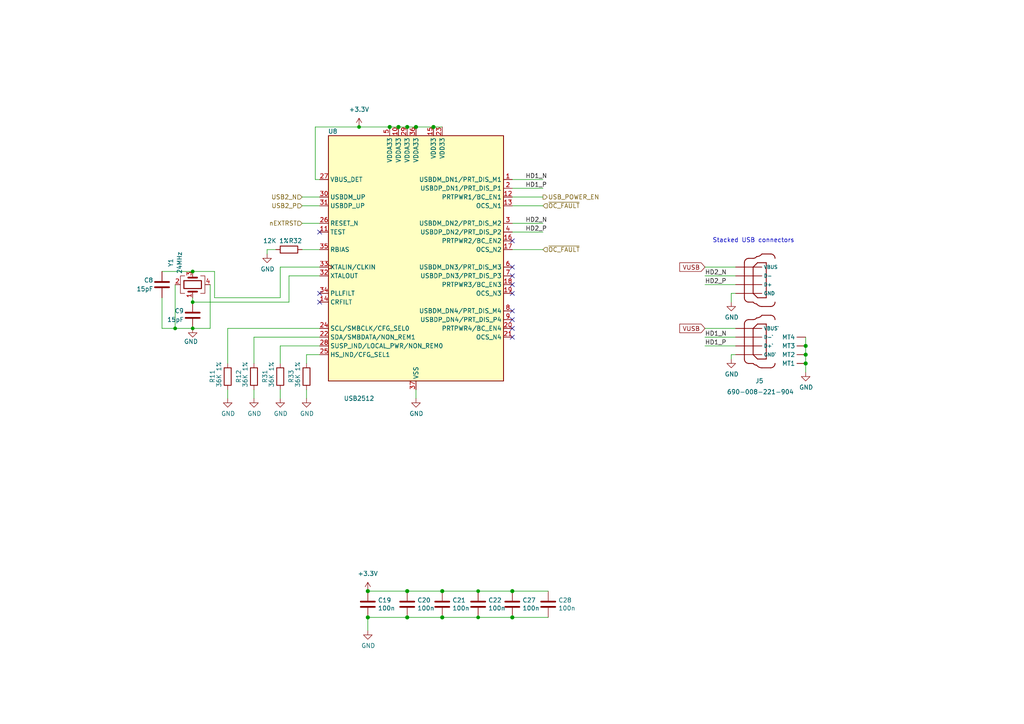
<source format=kicad_sch>
(kicad_sch (version 20211123) (generator eeschema)
  (paper "A4")
  (lib_symbols
    (symbol "CM4IO:USB_67298-4090" (pin_numbers hide)
      (property "Reference" "J" (at -5.08 21.6408 0))
      (property "Value" "USB_67298-4090" (at -5.08 -17.8054 0))
      (symbol "USB_67298-4090_0_0"
        (arc (start -5.08 -11.43) (mid -4.708 -12.328) (end -3.81 -12.7) (stroke (width 0.254)))
        (arc (start -5.08 6.35) (mid -4.708 5.452) (end -3.81 5.08) (stroke (width 0.254)))
        (arc (start -3.81 0) (mid -4.708 -0.372) (end -5.08 -1.27) (stroke (width 0.254)))
        (arc (start -3.81 17.78) (mid -4.708 17.408) (end -5.08 16.51) (stroke (width 0.254)))
        (arc (start -2.54 -12.7) (mid -3.108 -15.1059) (end -1.524 -13.208) (stroke (width 0.254)))
        (arc (start -2.54 0) (mid -1.972 0.1341) (end -1.524 0.508) (stroke (width 0.254)))
        (arc (start -2.54 5.08) (mid -3.108 2.6741) (end -1.524 4.572) (stroke (width 0.254)))
        (arc (start -2.54 17.78) (mid -1.972 17.9141) (end -1.524 18.288) (stroke (width 0.254)))
        (arc (start -1.524 -13.208) (mid -0.8519 -13.7689) (end 0 -13.97) (stroke (width 0.254)))
        (arc (start -1.524 0.508) (mid 0.8519 -2.3389) (end 0 1.27) (stroke (width 0.254)))
        (arc (start -1.524 4.572) (mid -0.8519 4.0111) (end 0 3.81) (stroke (width 0.254)))
        (arc (start -1.524 18.288) (mid 0.8519 15.4411) (end 0 19.05) (stroke (width 0.254)))
        (polyline (pts (xy -5.08 -1.27) (xy -5.08 -11.43)) (stroke (width 0.254)))
        (polyline (pts (xy -5.08 16.51) (xy -5.08 6.35)) (stroke (width 0.254)))
        (polyline (pts (xy -3.81 -12.7) (xy -2.54 -12.7)) (stroke (width 0.254)))
        (polyline (pts (xy -3.81 0) (xy -2.54 0)) (stroke (width 0.254)))
        (polyline (pts (xy -3.81 5.08) (xy -2.54 5.08)) (stroke (width 0.254)))
        (polyline (pts (xy -3.81 17.78) (xy -2.54 17.78)) (stroke (width 0.254)))
        (polyline (pts (xy -2.54 -10.16) (xy -1.27 -11.43)) (stroke (width 0.254)))
        (polyline (pts (xy -2.54 -2.54) (xy -2.54 -10.16)) (stroke (width 0.254)))
        (polyline (pts (xy -2.54 7.62) (xy -1.27 6.35)) (stroke (width 0.254)))
        (polyline (pts (xy -2.54 15.24) (xy -2.54 7.62)) (stroke (width 0.254)))
        (polyline (pts (xy -1.27 -11.43) (xy 1.27 -11.43)) (stroke (width 0.254)))
        (polyline (pts (xy -1.27 -1.27) (xy -2.54 -2.54)) (stroke (width 0.254)))
        (polyline (pts (xy -1.27 6.35) (xy 1.27 6.35)) (stroke (width 0.254)))
        (polyline (pts (xy -1.27 16.51) (xy -2.54 15.24)) (stroke (width 0.254)))
        (polyline (pts (xy 0 -13.97) (xy 2.54 -13.97)) (stroke (width 0.254)))
        (polyline (pts (xy 0 1.27) (xy 2.54 1.27)) (stroke (width 0.254)))
        (polyline (pts (xy 0 3.81) (xy 2.54 3.81)) (stroke (width 0.254)))
        (polyline (pts (xy 0 19.05) (xy 2.54 19.05)) (stroke (width 0.254)))
        (polyline (pts (xy 1.27 -11.43) (xy 1.27 -1.27)) (stroke (width 0.254)))
        (polyline (pts (xy 1.27 -1.27) (xy -1.27 -1.27)) (stroke (width 0.254)))
        (polyline (pts (xy 1.27 6.35) (xy 1.27 16.51)) (stroke (width 0.254)))
        (polyline (pts (xy 1.27 16.51) (xy -1.27 16.51)) (stroke (width 0.254)))
        (arc (start 2.54 -13.97) (mid 3.438 -13.598) (end 3.81 -12.7) (stroke (width 0.254)))
        (arc (start 2.54 3.81) (mid 3.438 4.182) (end 3.81 5.08) (stroke (width 0.254)))
        (arc (start 3.81 0) (mid 3.438 0.898) (end 2.54 1.27) (stroke (width 0.254)))
        (arc (start 3.81 17.78) (mid 3.438 18.678) (end 2.54 19.05) (stroke (width 0.254)))
        (pin power_in line (at -7.62 -2.54 0) (length 7.62) (name "VBUS`") (number "1"))
        (pin passive line (at -7.62 -5.08 0) (length 7.62) (name "D-`") (number "2"))
        (pin passive line (at -7.62 -7.62 0) (length 7.62) (name "D+`") (number "3"))
        (pin power_in line (at -7.62 -10.16 0) (length 7.62) (name "GND`") (number "4"))
        (pin power_in line (at -7.62 15.24 0) (length 7.62) (name "VBUS") (number "5"))
        (pin passive line (at -7.62 12.7 0) (length 7.62) (name "D-") (number "6"))
        (pin passive line (at -7.62 10.16 0) (length 7.62) (name "D+") (number "7"))
        (pin power_in line (at -7.62 7.62 0) (length 7.62) (name "GND") (number "8"))
        (pin passive line (at 12.7 -12.7 180) (length 2.54) (name "MT1") (number "MT1"))
        (pin passive line (at 12.7 -10.16 180) (length 2.54) (name "MT2") (number "MT2"))
        (pin passive line (at 12.7 -7.62 180) (length 2.54) (name "MT3") (number "MT3"))
        (pin passive line (at 12.7 -5.08 180) (length 2.54) (name "MT4") (number "MT4"))
      )
    )
    (symbol "Device:C" (pin_numbers hide) (pin_names (offset 0.254))
      (property "Reference" "C" (at 0.635 2.54 0))
      (property "Value" "C" (at 0.635 -2.54 0))
      (symbol "C_0_1"
        (polyline (pts (xy -2.032 -0.762) (xy 2.032 -0.762)) (stroke (width 0.508)))
        (polyline (pts (xy -2.032 0.762) (xy 2.032 0.762)) (stroke (width 0.508)))
      )
      (symbol "C_1_1"
        (pin passive line (at 0 3.81 270) (length 2.794) (name "~") (number "1"))
        (pin passive line (at 0 -3.81 90) (length 2.794) (name "~") (number "2"))
      )
    )
    (symbol "Device:Crystal_GND24" (pin_names (offset 1.016) hide)
      (property "Reference" "Y" (at 3.175 5.08 0))
      (property "Value" "Crystal_GND24" (at 3.175 3.175 0))
      (symbol "Crystal_GND24_0_1"
        (rectangle (start -1.143 2.54) (end 1.143 -2.54) (stroke (width 0.3048)))
        (polyline (pts (xy -2.54 0) (xy -2.032 0)))
        (polyline (pts (xy -2.032 -1.27) (xy -2.032 1.27)) (stroke (width 0.508)))
        (polyline (pts (xy 0 -3.81) (xy 0 -3.556)))
        (polyline (pts (xy 0 3.556) (xy 0 3.81)))
        (polyline (pts (xy 2.032 -1.27) (xy 2.032 1.27)) (stroke (width 0.508)))
        (polyline (pts (xy 2.032 0) (xy 2.54 0)))
        (polyline (pts (xy -2.54 -2.286) (xy -2.54 -3.556) (xy 2.54 -3.556) (xy 2.54 -2.286)))
        (polyline (pts (xy -2.54 2.286) (xy -2.54 3.556) (xy 2.54 3.556) (xy 2.54 2.286)))
      )
      (symbol "Crystal_GND24_1_1"
        (pin passive line (at -3.81 0 0) (length 1.27) (name "1") (number "1"))
        (pin passive line (at 0 5.08 270) (length 1.27) (name "2") (number "2"))
        (pin passive line (at 3.81 0 180) (length 1.27) (name "3") (number "3"))
        (pin passive line (at 0 -5.08 90) (length 1.27) (name "4") (number "4"))
      )
    )
    (symbol "Device:R" (pin_numbers hide) (pin_names (offset 0))
      (property "Reference" "R" (at 2.032 0 90))
      (property "Value" "R" (at 0 0 90))
      (symbol "R_0_1"
        (rectangle (start -1.016 -2.54) (end 1.016 2.54) (stroke (width 0.254)))
      )
      (symbol "R_1_1"
        (pin passive line (at 0 3.81 270) (length 1.27) (name "~") (number "1"))
        (pin passive line (at 0 -3.81 90) (length 1.27) (name "~") (number "2"))
      )
    )
    (symbol "Interface_USB:USB2514B_Bi"
      (property "Reference" "U" (at -17.78 40.64 0))
      (property "Value" "USB2514B_Bi" (at -20.32 38.1 0))
      (symbol "USB2514B_Bi_0_1"
        (rectangle (start -25.4 35.56) (end 25.4 -35.56) (stroke (width 0.254)) (fill (type background)))
      )
      (symbol "USB2514B_Bi_1_1"
        (pin bidirectional line (at 27.94 22.86 180) (length 2.54) (name "USBDM_DN1/PRT_DIS_M1") (number "1"))
        (pin power_in line (at -5.08 38.1 270) (length 2.54) (name "VDDA33") (number "10"))
        (pin input line (at -27.94 7.62 0) (length 2.54) (name "TEST") (number "11"))
        (pin bidirectional line (at 27.94 17.78 180) (length 2.54) (name "PRTPWR1/BC_EN1") (number "12"))
        (pin input line (at 27.94 15.24 180) (length 2.54) (name "OCS_N1") (number "13"))
        (pin input line (at -27.94 -12.7 0) (length 2.54) (name "CRFILT") (number "14"))
        (pin power_in line (at 5.08 38.1 270) (length 2.54) (name "VDD33") (number "15"))
        (pin bidirectional line (at 27.94 5.08 180) (length 2.54) (name "PRTPWR2/BC_EN2") (number "16"))
        (pin input line (at 27.94 2.54 180) (length 2.54) (name "OCS_N2") (number "17"))
        (pin bidirectional line (at 27.94 -7.62 180) (length 2.54) (name "PRTPWR3/BC_EN3") (number "18"))
        (pin input line (at 27.94 -10.16 180) (length 2.54) (name "OCS_N3") (number "19"))
        (pin bidirectional line (at 27.94 20.32 180) (length 2.54) (name "USBDP_DN1/PRT_DIS_P1") (number "2"))
        (pin bidirectional line (at 27.94 -20.32 180) (length 2.54) (name "PRTPWR4/BC_EN4") (number "20"))
        (pin input line (at 27.94 -22.86 180) (length 2.54) (name "OCS_N4") (number "21"))
        (pin bidirectional line (at -27.94 -22.86 0) (length 2.54) (name "SDA/SMBDATA/NON_REM1") (number "22"))
        (pin power_in line (at 7.62 38.1 270) (length 2.54) (name "VDD33") (number "23"))
        (pin bidirectional line (at -27.94 -20.32 0) (length 2.54) (name "SCL/SMBCLK/CFG_SEL0") (number "24"))
        (pin bidirectional line (at -27.94 -27.94 0) (length 2.54) (name "HS_IND/CFG_SEL1") (number "25"))
        (pin input line (at -27.94 10.16 0) (length 2.54) (name "RESET_N") (number "26"))
        (pin input line (at -27.94 22.86 0) (length 2.54) (name "VBUS_DET") (number "27"))
        (pin bidirectional line (at -27.94 -25.4 0) (length 2.54) (name "SUSP_IND/LOCAL_PWR/NON_REM0") (number "28"))
        (pin power_in line (at -2.54 38.1 270) (length 2.54) (name "VDDA33") (number "29"))
        (pin bidirectional line (at 27.94 10.16 180) (length 2.54) (name "USBDM_DN2/PRT_DIS_M2") (number "3"))
        (pin bidirectional line (at -27.94 17.78 0) (length 2.54) (name "USBDM_UP") (number "30"))
        (pin bidirectional line (at -27.94 15.24 0) (length 2.54) (name "USBDP_UP") (number "31"))
        (pin output line (at -27.94 -5.08 0) (length 2.54) (name "XTALOUT") (number "32"))
        (pin input clock (at -27.94 -2.54 0) (length 2.54) (name "XTALIN/CLKIN") (number "33"))
        (pin input line (at -27.94 -10.16 0) (length 2.54) (name "PLLFILT") (number "34"))
        (pin input line (at -27.94 2.54 0) (length 2.54) (name "RBIAS") (number "35"))
        (pin power_in line (at 0 38.1 270) (length 2.54) (name "VDDA33") (number "36"))
        (pin power_in line (at 0 -38.1 90) (length 2.54) (name "VSS") (number "37"))
        (pin bidirectional line (at 27.94 7.62 180) (length 2.54) (name "USBDP_DN2/PRT_DIS_P2") (number "4"))
        (pin power_in line (at -7.62 38.1 270) (length 2.54) (name "VDDA33") (number "5"))
        (pin bidirectional line (at 27.94 -2.54 180) (length 2.54) (name "USBDM_DN3/PRT_DIS_M3") (number "6"))
        (pin bidirectional line (at 27.94 -5.08 180) (length 2.54) (name "USBDP_DN3/PRT_DIS_P3") (number "7"))
        (pin bidirectional line (at 27.94 -15.24 180) (length 2.54) (name "USBDM_DN4/PRT_DIS_M4") (number "8"))
        (pin bidirectional line (at 27.94 -17.78 180) (length 2.54) (name "USBDP_DN4/PRT_DIS_P4") (number "9"))
      )
    )
    (symbol "power:+3.3V" (power) (pin_names (offset 0))
      (property "Value" "+3.3V" (at 0 3.556 0))
      (symbol "+3.3V_0_1"
        (polyline (pts (xy -0.762 1.27) (xy 0 2.54)))
        (polyline (pts (xy 0 0) (xy 0 2.54)))
        (polyline (pts (xy 0 2.54) (xy 0.762 1.27)))
      )
      (symbol "+3.3V_1_1"
        (pin power_in line (at 0 0 90) (length 0) hide (name "+3.3V") (number "1"))
      )
    )
    (symbol "power:GND" (power) (pin_names (offset 0))
      (property "Value" "GND" (at 0 -3.81 0))
      (symbol "GND_0_1"
        (polyline (pts (xy 0 0) (xy 0 -1.27) (xy 1.27 -1.27) (xy 0 -2.54) (xy -1.27 -1.27) (xy 0 -1.27)))
      )
      (symbol "GND_1_1"
        (pin power_in line (at 0 0 270) (length 0) hide (name "GND") (number "1"))
      )
    )
  )
  (junction (at 118.11 36.83) (diameter 1.016))
  (junction (at 106.68 179.07) (diameter 1.016))
  (junction (at 113.03 36.83) (diameter 1.016))
  (junction (at 118.11 179.07) (diameter 1.016))
  (junction (at 233.68 100.33) (diameter 1.016))
  (junction (at 118.11 171.45) (diameter 1.016))
  (junction (at 128.27 179.07) (diameter 1.016))
  (junction (at 55.88 87.63))
  (junction (at 50.8 95.25))
  (junction (at 138.684 171.45))
  (junction (at 55.88 78.74))
  (junction (at 55.88 95.25))
  (junction (at 115.57 36.83) (diameter 1.016))
  (junction (at 148.59 171.45) (diameter 1.016))
  (junction (at 125.73 36.83) (diameter 1.016))
  (junction (at 106.68 171.45) (diameter 1.016))
  (junction (at 233.68 105.41) (diameter 1.016))
  (junction (at 233.68 102.87) (diameter 1.016))
  (junction (at 104.14 36.83))
  (junction (at 138.684 179.07))
  (junction (at 148.59 179.07) (diameter 1.016))
  (junction (at 128.27 171.45) (diameter 1.016))
  (junction (at 120.65 36.83) (diameter 1.016))
  (no_connect (at 148.59 69.85))
  (no_connect (at 148.59 82.55))
  (no_connect (at 148.59 77.47))
  (no_connect (at 148.59 90.17))
  (no_connect (at 148.59 85.09))
  (no_connect (at 148.59 80.01))
  (no_connect (at 148.59 92.71))
  (no_connect (at 148.59 97.79))
  (no_connect (at 92.71 87.63))
  (no_connect (at 92.71 85.09))
  (no_connect (at 92.71 67.31))
  (no_connect (at 148.59 95.25))
  (wire (pts (xy 106.68 179.07) (xy 118.11 179.07)))
  (wire (pts (xy 138.684 179.07) (xy 148.59 179.07)))
  (wire (pts (xy 46.99 86.36) (xy 46.99 95.25)))
  (wire (pts (xy 81.28 113.03) (xy 81.28 115.57)))
  (wire (pts (xy 88.9 105.41) (xy 88.9 102.87)))
  (wire (pts (xy 83.82 80.01) (xy 83.82 87.63)))
  (wire (pts (xy 233.68 105.41) (xy 233.68 107.95)))
  (wire (pts (xy 204.47 95.25) (xy 213.36 95.25)))
  (wire (pts (xy 77.47 72.39) (xy 77.47 73.66)))
  (wire (pts (xy 60.96 82.55) (xy 60.96 95.25)))
  (wire (pts (xy 118.11 179.07) (xy 128.27 179.07)))
  (wire (pts (xy 233.68 100.33) (xy 233.68 102.87)))
  (wire (pts (xy 104.14 36.83) (xy 113.03 36.83)))
  (wire (pts (xy 204.47 82.55) (xy 213.36 82.55)))
  (wire (pts (xy 148.59 67.31) (xy 157.48 67.31)))
  (wire (pts (xy 92.71 52.07) (xy 91.44 52.07)))
  (wire (pts (xy 113.03 36.83) (xy 115.57 36.83)))
  (wire (pts (xy 106.68 182.88) (xy 106.68 179.07)))
  (wire (pts (xy 128.27 171.45) (xy 138.684 171.45)))
  (wire (pts (xy 138.684 171.45) (xy 148.59 171.45)))
  (wire (pts (xy 88.9 102.87) (xy 92.71 102.87)))
  (wire (pts (xy 118.11 36.83) (xy 120.65 36.83)))
  (wire (pts (xy 91.44 36.83) (xy 104.14 36.83)))
  (wire (pts (xy 81.28 100.33) (xy 92.71 100.33)))
  (wire (pts (xy 46.99 95.25) (xy 50.8 95.25)))
  (wire (pts (xy 125.73 36.83) (xy 128.27 36.83)))
  (wire (pts (xy 204.47 100.33) (xy 213.36 100.33)))
  (wire (pts (xy 87.63 64.77) (xy 92.71 64.77)))
  (wire (pts (xy 62.23 86.36) (xy 81.28 86.36)))
  (wire (pts (xy 55.88 78.74) (xy 62.23 78.74)))
  (wire (pts (xy 120.65 113.03) (xy 120.65 115.57)))
  (wire (pts (xy 233.68 102.87) (xy 233.68 105.41)))
  (wire (pts (xy 92.71 57.15) (xy 87.63 57.15)))
  (wire (pts (xy 55.88 95.25) (xy 60.96 95.25)))
  (wire (pts (xy 212.09 102.87) (xy 212.09 104.14)))
  (wire (pts (xy 148.59 179.07) (xy 159.004 179.07)))
  (wire (pts (xy 148.59 52.07) (xy 157.48 52.07)))
  (wire (pts (xy 148.59 171.45) (xy 159.004 171.45)))
  (wire (pts (xy 212.09 85.09) (xy 212.09 87.63)))
  (wire (pts (xy 106.68 171.45) (xy 118.11 171.45)))
  (wire (pts (xy 62.23 78.74) (xy 62.23 86.36)))
  (wire (pts (xy 81.28 77.47) (xy 92.71 77.47)))
  (wire (pts (xy 55.88 87.63) (xy 83.82 87.63)))
  (wire (pts (xy 204.47 97.79) (xy 213.36 97.79)))
  (wire (pts (xy 148.59 72.39) (xy 157.48 72.39)))
  (wire (pts (xy 148.59 59.69) (xy 157.48 59.69)))
  (wire (pts (xy 55.88 86.36) (xy 55.88 87.63)))
  (wire (pts (xy 73.66 97.79) (xy 92.71 97.79)))
  (wire (pts (xy 81.28 77.47) (xy 81.28 86.36)))
  (wire (pts (xy 87.63 59.69) (xy 92.71 59.69)))
  (wire (pts (xy 80.01 72.39) (xy 77.47 72.39)))
  (wire (pts (xy 213.36 102.87) (xy 212.09 102.87)))
  (wire (pts (xy 91.44 52.07) (xy 91.44 36.83)))
  (wire (pts (xy 120.65 36.83) (xy 125.73 36.83)))
  (wire (pts (xy 66.04 105.41) (xy 66.04 95.25)))
  (wire (pts (xy 88.9 113.03) (xy 88.9 115.57)))
  (wire (pts (xy 148.59 64.77) (xy 157.48 64.77)))
  (wire (pts (xy 118.11 171.45) (xy 128.27 171.45)))
  (wire (pts (xy 73.66 113.03) (xy 73.66 115.57)))
  (wire (pts (xy 92.71 80.01) (xy 83.82 80.01)))
  (wire (pts (xy 213.36 85.09) (xy 212.09 85.09)))
  (wire (pts (xy 55.88 95.25) (xy 50.8 95.25)))
  (wire (pts (xy 50.8 95.25) (xy 50.8 82.55)))
  (wire (pts (xy 128.27 179.07) (xy 138.684 179.07)))
  (wire (pts (xy 233.68 97.79) (xy 233.68 100.33)))
  (wire (pts (xy 115.57 36.83) (xy 118.11 36.83)))
  (wire (pts (xy 148.59 57.15) (xy 157.48 57.15)))
  (wire (pts (xy 204.47 77.47) (xy 213.36 77.47)))
  (wire (pts (xy 73.66 105.41) (xy 73.66 97.79)))
  (wire (pts (xy 66.04 113.03) (xy 66.04 115.57)))
  (wire (pts (xy 148.59 54.61) (xy 157.48 54.61)))
  (wire (pts (xy 66.04 95.25) (xy 92.71 95.25)))
  (wire (pts (xy 81.28 105.41) (xy 81.28 100.33)))
  (wire (pts (xy 204.47 80.01) (xy 213.36 80.01)))
  (wire (pts (xy 46.99 78.74) (xy 55.88 78.74)))
  (wire (pts (xy 87.63 72.39) (xy 92.71 72.39)))
  (text "Stacked USB connectors" (at 230.4288 70.5612 180) (effects (font (size 1.27 1.27)) (justify right bottom)))
  (label "HD1_P" (at 204.47 100.33 0))
  (label "HD1_N" (at 152.4 52.07 0))
  (label "HD2_P" (at 204.47 82.55 0))
  (label "HD1_N" (at 204.47 97.79 0))
  (label "HD1_P" (at 152.4 54.61 0))
  (label "HD2_N" (at 152.4 64.77 0))
  (label "HD2_N" (at 204.47 80.01 0))
  (label "HD2_P" (at 152.4 67.31 0))
  (global_label "VUSB" (shape input) (at 204.47 95.25 180) (property "Intersheet References" "${INTERSHEET_REFS}" (effects hide)))
  (global_label "VUSB" (shape input) (at 204.47 77.47 180) (property "Intersheet References" "${INTERSHEET_REFS}" (effects hide)))
  (hierarchical_label "nEXTRST" (shape input) (at 87.63 64.77 180))
  (hierarchical_label "USB2_N" (shape input) (at 87.63 57.15 180))
  (hierarchical_label "USB_POWER_EN" (shape output) (at 157.48 57.15 0))
  (hierarchical_label "~{OC_FAULT}" (shape input) (at 157.48 72.39 0))
  (hierarchical_label "~{OC_FAULT}" (shape input) (at 157.48 59.69 0))
  (hierarchical_label "USB2_P" (shape input) (at 87.63 59.69 180))
  (symbol (lib_id "power:GND") (at 81.28 115.57 0) (unit 1)
    (property "Reference" "#PWR0145" (effects hide))
    (property "Value" "GND" (at 81.407 119.9642 0))
  )
  (symbol (lib_id "Device:C") (at 46.99 82.55 0) (mirror x) (unit 1)
    (property "Reference" "C8" (at 44.45 81.2799 0) (effects (justify right)))
    (property "Value" "15pF" (at 44.45 83.8199 0) (effects (justify right)))
    (property "Footprint" "Capacitor_SMD:C_0402_1005Metric" (effects hide))
    (property "MPN" "04021C150KAT2A" (effects hide))
  )
  (symbol (lib_id "Device:C") (at 128.27 175.26 0) (unit 1)
    (property "Reference" "C21" (at 131.191 174.0916 0) (effects (justify left)))
    (property "Value" "100n" (at 131.191 176.403 0) (effects (justify left)))
    (property "Footprint" "Capacitor_SMD:C_0402_1005Metric" (effects hide))
    (property "Datasheet" "https://search.murata.co.jp/Ceramy/image/img/A01X/G101/ENG/GRM155R71C104KA88-01.pdf" (effects hide))
    (property "Field4" "Farnell" (effects hide))
    (property "Field5" "2611911" (effects hide))
    (property "Field6" "RM EMK105 B7104KV-F" (effects hide))
    (property "Field7" "TAIYO YUDEN EUROPE GMBH" (effects hide))
    (property "Part Description" "	0.1uF 10% 16V Ceramic Capacitor X7R 0402 (1005 Metric)" (effects hide))
    (property "Field8" "110091611" (effects hide))
    (property "MPN" "CL05B104KA5NNNC" (effects hide))
  )
  (symbol (lib_id "Device:R") (at 88.9 109.22 0) (unit 1)
    (property "Reference" "R33" (at 84.455 111.125 90) (effects (justify left)))
    (property "Value" "36K 1%" (at 86.36 112.395 90) (effects (justify left)))
    (property "Footprint" "Resistor_SMD:R_0402_1005Metric" (effects hide))
    (property "Datasheet" "https://fscdn.rohm.com/en/products/databook/datasheet/passive/resistor/chip_resistor/mcr-e.pdf" (effects hide))
    (property "Field4" "Farnell" (effects hide))
    (property "Field5" "1458788" (effects hide))
    (property "Field7" "Rohm" (effects hide))
    (property "Field6" "MCR01MZPF3602" (effects hide))
    (property "Part Description" "Resistor 36K M1005 1% 63mW" (effects hide))
    (property "MPN" "RC0402FR-0736KL" (effects hide))
  )
  (symbol (lib_id "power:GND") (at 73.66 115.57 0) (unit 1)
    (property "Reference" "#PWR0147" (effects hide))
    (property "Value" "GND" (at 73.787 119.9642 0))
  )
  (symbol (lib_id "Device:C") (at 148.59 175.26 0) (unit 1)
    (property "Reference" "C27" (at 151.511 174.0916 0) (effects (justify left)))
    (property "Value" "100n" (at 151.511 176.403 0) (effects (justify left)))
    (property "Footprint" "Capacitor_SMD:C_0402_1005Metric" (effects hide))
    (property "Datasheet" "https://search.murata.co.jp/Ceramy/image/img/A01X/G101/ENG/GRM155R71C104KA88-01.pdf" (effects hide))
    (property "Field4" "Farnell" (effects hide))
    (property "Field5" "2611911" (effects hide))
    (property "Field6" "RM EMK105 B7104KV-F" (effects hide))
    (property "Field7" "TAIYO YUDEN EUROPE GMBH" (effects hide))
    (property "Part Description" "	0.1uF 10% 16V Ceramic Capacitor X7R 0402 (1005 Metric)" (effects hide))
    (property "Field8" "110091611" (effects hide))
    (property "MPN" "CL05B104KA5NNNC" (effects hide))
  )
  (symbol (lib_id "Interface_USB:USB2514B_Bi") (at 120.65 74.93 0) (unit 1)
    (property "Reference" "U8" (at 96.52 38.1 0))
    (property "Value" "USB2512" (at 104.14 115.57 0))
    (property "Footprint" "Package_DFN_QFN:QFN-36-1EP_6x6mm_P0.5mm_EP3.7x3.7mm" (effects hide))
    (property "Datasheet" "http://ww1.microchip.com/downloads/en/DeviceDoc/00001692C.pdf" (effects hide))
    (property "Field4" "Farnell" (effects hide))
    (property "Field5" "2775060" (effects hide))
    (property "Field6" "USB2514B-I/M2" (effects hide))
    (property "Field7" "Microchip" (effects hide))
    (property "Part Description" "	USB Hub Controller USB Interface 36-SQFN (6x6)" (effects hide))
    (property "Field8" "UICC00931" (effects hide))
    (property "MPN" "USB2512-AEZG" (effects hide))
  )
  (symbol (lib_id "Device:R") (at 83.82 72.39 90) (unit 1)
    (property "Reference" "R32" (at 87.63 69.85 90) (effects (justify left)))
    (property "Value" "12K 1%" (at 83.82 69.85 90) (effects (justify left)))
    (property "Footprint" "Resistor_SMD:R_0402_1005Metric" (effects hide))
    (property "Datasheet" "https://fscdn.rohm.com/en/products/databook/datasheet/passive/resistor/chip_resistor/mcr-e.pdf" (effects hide))
    (property "Field4" "Farnell" (effects hide))
    (property "Field5" "9239367" (effects hide))
    (property "Field7" "Rohm" (effects hide))
    (property "Field6" "MCR01MZPF1202" (effects hide))
    (property "Part Description" "Resistor 12K M1005 1% 63mW" (effects hide))
    (property "MPN" "RC0402FR-0712KL" (effects hide))
  )
  (symbol (lib_id "Device:C") (at 138.684 175.26 0) (unit 1)
    (property "Reference" "C22" (at 141.605 174.0916 0) (effects (justify left)))
    (property "Value" "100n" (at 141.605 176.403 0) (effects (justify left)))
    (property "Footprint" "Capacitor_SMD:C_0402_1005Metric" (effects hide))
    (property "Datasheet" "https://search.murata.co.jp/Ceramy/image/img/A01X/G101/ENG/GRM155R71C104KA88-01.pdf" (effects hide))
    (property "Field4" "Farnell" (effects hide))
    (property "Field5" "2611911" (effects hide))
    (property "Field6" "RM EMK105 B7104KV-F" (effects hide))
    (property "Field7" "TAIYO YUDEN EUROPE GMBH" (effects hide))
    (property "Part Description" "	0.1uF 10% 16V Ceramic Capacitor X7R 0402 (1005 Metric)" (effects hide))
    (property "Field8" "110091611" (effects hide))
    (property "MPN" "CL05B104KA5NNNC" (effects hide))
  )
  (symbol (lib_id "Device:C") (at 55.88 91.44 0) (mirror x) (unit 1)
    (property "Reference" "C9" (at 53.34 90.1699 0) (effects (justify right)))
    (property "Value" "15pF" (at 53.34 92.7099 0) (effects (justify right)))
    (property "Footprint" "Capacitor_SMD:C_0402_1005Metric" (effects hide))
    (property "MPN" "04021C150KAT2A" (effects hide))
  )
  (symbol (lib_id "power:GND") (at 77.47 73.66 0) (unit 1)
    (property "Reference" "#PWR0143" (effects hide))
    (property "Value" "GND" (at 77.597 78.0542 0))
  )
  (symbol (lib_id "Device:C") (at 106.68 175.26 0) (unit 1)
    (property "Reference" "C19" (at 109.601 174.0916 0) (effects (justify left)))
    (property "Value" "100n" (at 109.601 176.403 0) (effects (justify left)))
    (property "Footprint" "Capacitor_SMD:C_0402_1005Metric" (effects hide))
    (property "Datasheet" "https://search.murata.co.jp/Ceramy/image/img/A01X/G101/ENG/GRM155R71C104KA88-01.pdf" (effects hide))
    (property "Field4" "Farnell" (effects hide))
    (property "Field5" "2611911" (effects hide))
    (property "Field6" "RM EMK105 B7104KV-F" (effects hide))
    (property "Field7" "TAIYO YUDEN EUROPE GMBH" (effects hide))
    (property "Part Description" "	0.1uF 10% 16V Ceramic Capacitor X7R 0402 (1005 Metric)" (effects hide))
    (property "Field8" "110091611" (effects hide))
    (property "MPN" "CL05B104KA5NNNC" (effects hide))
  )
  (symbol (lib_id "power:GND") (at 212.09 87.63 0) (unit 1)
    (property "Reference" "#PWR0160" (effects hide))
    (property "Value" "GND" (at 212.217 92.0242 0))
  )
  (symbol (lib_id "Device:Crystal_GND24") (at 55.88 82.55 90) (unit 1)
    (property "Reference" "Y1" (at 49.53 76.2 0))
    (property "Value" "24MHz" (at 52.07 76.2 0))
    (property "Footprint" "Crystal:Crystal_SMD_2520-4Pin_2.5x2.0mm" (effects hide))
    (property "MPN" "ECS-240-8-36-RWN-TR3" (effects hide))
  )
  (symbol (lib_id "power:GND") (at 55.88 95.25 0) (unit 1)
    (property "Reference" "#PWR0146" (effects hide))
    (property "Value" "GND" (at 53.34 99.06 0) (effects (justify left)))
  )
  (symbol (lib_id "power:+3.3V") (at 106.68 171.45 0) (unit 1)
    (property "Reference" "#PWR0149" (effects hide))
    (property "Value" "+3.3V" (at 106.68 166.37 0))
  )
  (symbol (lib_id "power:GND") (at 106.68 182.88 0) (unit 1)
    (property "Reference" "#PWR0150" (effects hide))
    (property "Value" "GND" (at 106.807 187.2742 0))
  )
  (symbol (lib_id "power:GND") (at 212.09 104.14 0) (unit 1)
    (property "Reference" "#PWR0161" (effects hide))
    (property "Value" "GND" (at 212.217 108.5342 0))
  )
  (symbol (lib_id "Device:R") (at 66.04 109.22 0) (unit 1)
    (property "Reference" "R11" (at 61.595 111.125 90) (effects (justify left)))
    (property "Value" "36K 1%" (at 63.5 112.395 90) (effects (justify left)))
    (property "Footprint" "Resistor_SMD:R_0402_1005Metric" (effects hide))
    (property "Datasheet" "https://fscdn.rohm.com/en/products/databook/datasheet/passive/resistor/chip_resistor/mcr-e.pdf" (effects hide))
    (property "Field4" "Farnell" (effects hide))
    (property "Field5" "1458788" (effects hide))
    (property "Field7" "Rohm" (effects hide))
    (property "Field6" "MCR01MZPF3602" (effects hide))
    (property "Part Description" "Resistor 36K M1005 1% 63mW" (effects hide))
    (property "MPN" "RC0402FR-0736KL" (effects hide))
  )
  (symbol (lib_id "Device:R") (at 81.28 109.22 0) (unit 1)
    (property "Reference" "R31" (at 76.835 111.125 90) (effects (justify left)))
    (property "Value" "36K 1%" (at 78.74 112.395 90) (effects (justify left)))
    (property "Footprint" "Resistor_SMD:R_0402_1005Metric" (effects hide))
    (property "Datasheet" "https://fscdn.rohm.com/en/products/databook/datasheet/passive/resistor/chip_resistor/mcr-e.pdf" (effects hide))
    (property "Field4" "Farnell" (effects hide))
    (property "Field5" "1458788" (effects hide))
    (property "Field7" "Rohm" (effects hide))
    (property "Field6" "MCR01MZPF3602" (effects hide))
    (property "Part Description" "Resistor 36K M1005 1% 63mW" (effects hide))
    (property "MPN" "RC0402FR-0736KL" (effects hide))
  )
  (symbol (lib_id "power:GND") (at 233.68 107.95 0) (unit 1)
    (property "Reference" "#PWR0159" (effects hide))
    (property "Value" "GND" (at 233.807 112.3442 0))
  )
  (symbol (lib_id "Device:R") (at 73.66 109.22 0) (unit 1)
    (property "Reference" "R12" (at 69.215 111.125 90) (effects (justify left)))
    (property "Value" "36K 1%" (at 71.12 112.395 90) (effects (justify left)))
    (property "Footprint" "Resistor_SMD:R_0402_1005Metric" (effects hide))
    (property "Datasheet" "https://fscdn.rohm.com/en/products/databook/datasheet/passive/resistor/chip_resistor/mcr-e.pdf" (effects hide))
    (property "Field4" "Farnell" (effects hide))
    (property "Field5" "1458788" (effects hide))
    (property "Field7" "Rohm" (effects hide))
    (property "Field6" "MCR01MZPF3602" (effects hide))
    (property "Part Description" "Resistor 36K M1005 1% 63mW" (effects hide))
    (property "MPN" "RC0402FR-0736KL" (effects hide))
  )
  (symbol (lib_id "power:GND") (at 66.04 115.57 0) (unit 1)
    (property "Reference" "#PWR0148" (effects hide))
    (property "Value" "GND" (at 66.167 119.9642 0))
  )
  (symbol (lib_id "CM4IO:USB_67298-4090") (at 220.98 92.71 0) (unit 1)
    (property "Reference" "J5" (at 219.075 110.49 0) (effects (justify left)))
    (property "Value" "690-008-221-904" (at 210.82 113.665 0) (effects (justify left)))
    (property "Footprint" "CM4IO:MOLEX_USB_67298-4090" (effects hide))
    (property "Datasheet" "https://www.molex.com/pdm_docs/sd/672984090_sd.pdf" (effects hide))
    (property "Field4" "Farnell" (effects hide))
    (property "Field5" "	2751688" (effects hide))
    (property "Field6" "690-008-221-904" (effects hide))
    (property "Field7" "EDAC" (effects hide))
    (property "Field8" "UCON00727" (effects hide))
    (property "Part Description" "USB-A (USB TYPE-A), Stacked Receptacle Connector 8 Position Through Hole, Right Angle" (effects hide))
    (property "MPN" "67298-4090" (effects hide))
  )
  (symbol (lib_id "Device:C") (at 118.11 175.26 0) (unit 1)
    (property "Reference" "C20" (at 121.031 174.0916 0) (effects (justify left)))
    (property "Value" "100n" (at 121.031 176.403 0) (effects (justify left)))
    (property "Footprint" "Capacitor_SMD:C_0402_1005Metric" (effects hide))
    (property "Datasheet" "https://search.murata.co.jp/Ceramy/image/img/A01X/G101/ENG/GRM155R71C104KA88-01.pdf" (effects hide))
    (property "Field4" "Farnell" (effects hide))
    (property "Field5" "2611911" (effects hide))
    (property "Field6" "RM EMK105 B7104KV-F" (effects hide))
    (property "Field7" "TAIYO YUDEN EUROPE GMBH" (effects hide))
    (property "Part Description" "	0.1uF 10% 16V Ceramic Capacitor X7R 0402 (1005 Metric)" (effects hide))
    (property "Field8" "110091611" (effects hide))
    (property "MPN" "CL05B104KA5NNNC" (effects hide))
  )
  (symbol (lib_id "power:+3.3V") (at 104.14 36.83 0) (unit 1)
    (property "Reference" "#PWR0151" (effects hide))
    (property "Value" "+3.3V" (at 104.14 31.75 0))
  )
  (symbol (lib_id "power:GND") (at 120.65 115.57 0) (unit 1)
    (property "Reference" "#PWR0152" (effects hide))
    (property "Value" "GND" (at 120.777 119.9642 0))
  )
  (symbol (lib_id "power:GND") (at 88.9 115.57 0) (unit 1)
    (property "Reference" "#PWR0144" (effects hide))
    (property "Value" "GND" (at 89.027 119.9642 0))
  )
  (symbol (lib_id "Device:C") (at 159.004 175.26 0) (unit 1)
    (property "Reference" "C28" (at 161.925 174.0916 0) (effects (justify left)))
    (property "Value" "100n" (at 161.925 176.403 0) (effects (justify left)))
    (property "Footprint" "Capacitor_SMD:C_0402_1005Metric" (effects hide))
    (property "Datasheet" "https://search.murata.co.jp/Ceramy/image/img/A01X/G101/ENG/GRM155R71C104KA88-01.pdf" (effects hide))
    (property "Field4" "Farnell" (effects hide))
    (property "Field5" "2611911" (effects hide))
    (property "Field6" "RM EMK105 B7104KV-F" (effects hide))
    (property "Field7" "TAIYO YUDEN EUROPE GMBH" (effects hide))
    (property "Part Description" "	0.1uF 10% 16V Ceramic Capacitor X7R 0402 (1005 Metric)" (effects hide))
    (property "Field8" "110091611" (effects hide))
    (property "MPN" "CL05B104KA5NNNC" (effects hide))
  )
)
</source>
